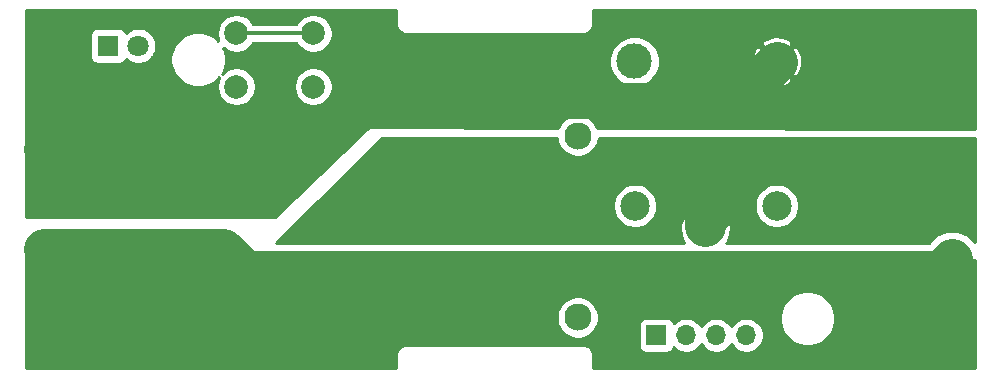
<source format=gtl>
G04 #@! TF.GenerationSoftware,KiCad,Pcbnew,5.1.12-84ad8e8a86~92~ubuntu20.04.1*
G04 #@! TF.CreationDate,2021-11-22T17:19:42+01:00*
G04 #@! TF.ProjectId,iotOnOff,696f744f-6e4f-4666-962e-6b696361645f,rev?*
G04 #@! TF.SameCoordinates,Original*
G04 #@! TF.FileFunction,Copper,L1,Top*
G04 #@! TF.FilePolarity,Positive*
%FSLAX46Y46*%
G04 Gerber Fmt 4.6, Leading zero omitted, Abs format (unit mm)*
G04 Created by KiCad (PCBNEW 5.1.12-84ad8e8a86~92~ubuntu20.04.1) date 2021-11-22 17:19:42*
%MOMM*%
%LPD*%
G01*
G04 APERTURE LIST*
G04 #@! TA.AperFunction,ComponentPad*
%ADD10C,2.300000*%
G04 #@! TD*
G04 #@! TA.AperFunction,ComponentPad*
%ADD11R,2.300000X2.000000*%
G04 #@! TD*
G04 #@! TA.AperFunction,ComponentPad*
%ADD12C,2.000000*%
G04 #@! TD*
G04 #@! TA.AperFunction,ComponentPad*
%ADD13R,1.700000X1.700000*%
G04 #@! TD*
G04 #@! TA.AperFunction,ComponentPad*
%ADD14O,1.700000X1.700000*%
G04 #@! TD*
G04 #@! TA.AperFunction,ComponentPad*
%ADD15C,2.500000*%
G04 #@! TD*
G04 #@! TA.AperFunction,ComponentPad*
%ADD16C,3.000000*%
G04 #@! TD*
G04 #@! TA.AperFunction,ComponentPad*
%ADD17R,1.800000X1.800000*%
G04 #@! TD*
G04 #@! TA.AperFunction,ComponentPad*
%ADD18C,1.800000*%
G04 #@! TD*
G04 #@! TA.AperFunction,Conductor*
%ADD19C,3.500000*%
G04 #@! TD*
G04 #@! TA.AperFunction,Conductor*
%ADD20C,0.300000*%
G04 #@! TD*
G04 #@! TA.AperFunction,Conductor*
%ADD21C,0.254000*%
G04 #@! TD*
G04 #@! TA.AperFunction,Conductor*
%ADD22C,0.100000*%
G04 #@! TD*
G04 APERTURE END LIST*
D10*
X146700000Y-105900000D03*
X117300000Y-100700000D03*
D11*
X117300000Y-95700000D03*
D10*
X146700000Y-90500000D03*
D12*
X124300000Y-81850000D03*
X124300000Y-86350000D03*
X117800000Y-81850000D03*
X117800000Y-86350000D03*
X178400000Y-92450000D03*
X178400000Y-100950000D03*
D13*
X153350000Y-107400000D03*
D14*
X155890000Y-107400000D03*
X158430000Y-107400000D03*
X160970000Y-107400000D03*
D12*
X101550000Y-100100000D03*
X101550000Y-91600000D03*
D15*
X163550000Y-96450000D03*
D16*
X163550000Y-84250000D03*
X151500000Y-84200000D03*
D15*
X151550000Y-96450000D03*
D16*
X157500000Y-98400000D03*
D17*
X106950000Y-82900000D03*
D18*
X109490000Y-82900000D03*
D19*
X119464002Y-95700000D02*
X117300000Y-95700000D01*
X127864003Y-87299999D02*
X119464002Y-95700000D01*
X148236001Y-87299999D02*
X127864003Y-87299999D01*
X148686003Y-87750001D02*
X148236001Y-87299999D01*
X160049999Y-87750001D02*
X148686003Y-87750001D01*
X163550000Y-84250000D02*
X160049999Y-87750001D01*
X117300000Y-95700000D02*
X112900000Y-95700000D01*
X108800000Y-91600000D02*
X101550000Y-91600000D01*
X112900000Y-95700000D02*
X108800000Y-91600000D01*
X116700000Y-100100000D02*
X117300000Y-100700000D01*
X101550000Y-100100000D02*
X116700000Y-100100000D01*
X177399999Y-101950001D02*
X178400000Y-100950000D01*
X118550001Y-101950001D02*
X177399999Y-101950001D01*
X117300000Y-100700000D02*
X118550001Y-101950001D01*
D20*
X117800000Y-81850000D02*
X124300000Y-81850000D01*
D19*
X157500000Y-97615998D02*
X157500000Y-98149991D01*
X162665998Y-92450000D02*
X157500000Y-97615998D01*
X178400000Y-92450000D02*
X162665998Y-92450000D01*
D21*
X131325001Y-81008972D02*
X131320960Y-81050000D01*
X131337082Y-81213689D01*
X131384828Y-81371087D01*
X131462364Y-81516146D01*
X131566709Y-81643291D01*
X131693854Y-81747636D01*
X131838913Y-81825172D01*
X131996311Y-81872918D01*
X132118981Y-81885000D01*
X132118982Y-81885000D01*
X132160000Y-81889040D01*
X132201019Y-81885000D01*
X147118982Y-81885000D01*
X147160000Y-81889040D01*
X147323689Y-81872918D01*
X147481087Y-81825172D01*
X147626146Y-81747636D01*
X147753291Y-81643291D01*
X147857636Y-81516146D01*
X147935172Y-81371087D01*
X147982918Y-81213689D01*
X147995000Y-81091019D01*
X147999040Y-81050000D01*
X147995000Y-81008981D01*
X147995000Y-79885000D01*
X180325000Y-79885000D01*
X180325000Y-89920481D01*
X148353899Y-89828434D01*
X148281847Y-89654485D01*
X148086500Y-89362129D01*
X147837871Y-89113500D01*
X147545515Y-88918153D01*
X147220665Y-88783596D01*
X146875807Y-88715000D01*
X146524193Y-88715000D01*
X146179335Y-88783596D01*
X145854485Y-88918153D01*
X145562129Y-89113500D01*
X145313500Y-89362129D01*
X145118153Y-89654485D01*
X145050041Y-89818921D01*
X129100366Y-89773001D01*
X129075582Y-89775369D01*
X129051737Y-89782528D01*
X129029747Y-89794201D01*
X129012228Y-89808212D01*
X121049051Y-97423000D01*
X99995000Y-97423000D01*
X99995000Y-96700000D01*
X115511928Y-96700000D01*
X115524188Y-96824482D01*
X115560498Y-96944180D01*
X115619463Y-97054494D01*
X115698815Y-97151185D01*
X115795506Y-97230537D01*
X115905820Y-97289502D01*
X116025518Y-97325812D01*
X116150000Y-97338072D01*
X117014250Y-97335000D01*
X117173000Y-97176250D01*
X117173000Y-95827000D01*
X117427000Y-95827000D01*
X117427000Y-97176250D01*
X117585750Y-97335000D01*
X118450000Y-97338072D01*
X118574482Y-97325812D01*
X118694180Y-97289502D01*
X118804494Y-97230537D01*
X118901185Y-97151185D01*
X118980537Y-97054494D01*
X119039502Y-96944180D01*
X119075812Y-96824482D01*
X119088072Y-96700000D01*
X119085000Y-95985750D01*
X118926250Y-95827000D01*
X117427000Y-95827000D01*
X117173000Y-95827000D01*
X115673750Y-95827000D01*
X115515000Y-95985750D01*
X115511928Y-96700000D01*
X99995000Y-96700000D01*
X99995000Y-94700000D01*
X115511928Y-94700000D01*
X115515000Y-95414250D01*
X115673750Y-95573000D01*
X117173000Y-95573000D01*
X117173000Y-94223750D01*
X117427000Y-94223750D01*
X117427000Y-95573000D01*
X118926250Y-95573000D01*
X119085000Y-95414250D01*
X119088072Y-94700000D01*
X119075812Y-94575518D01*
X119039502Y-94455820D01*
X118980537Y-94345506D01*
X118901185Y-94248815D01*
X118804494Y-94169463D01*
X118694180Y-94110498D01*
X118574482Y-94074188D01*
X118450000Y-94061928D01*
X117585750Y-94065000D01*
X117427000Y-94223750D01*
X117173000Y-94223750D01*
X117014250Y-94065000D01*
X116150000Y-94061928D01*
X116025518Y-94074188D01*
X115905820Y-94110498D01*
X115795506Y-94169463D01*
X115698815Y-94248815D01*
X115619463Y-94345506D01*
X115560498Y-94455820D01*
X115524188Y-94575518D01*
X115511928Y-94700000D01*
X99995000Y-94700000D01*
X99995000Y-92735413D01*
X100594192Y-92735413D01*
X100689956Y-92999814D01*
X100979571Y-93140704D01*
X101291108Y-93222384D01*
X101612595Y-93241718D01*
X101931675Y-93197961D01*
X102236088Y-93092795D01*
X102410044Y-92999814D01*
X102505808Y-92735413D01*
X101550000Y-91779605D01*
X100594192Y-92735413D01*
X99995000Y-92735413D01*
X99995000Y-92106030D01*
X100057205Y-92286088D01*
X100150186Y-92460044D01*
X100414587Y-92555808D01*
X101370395Y-91600000D01*
X101729605Y-91600000D01*
X102685413Y-92555808D01*
X102949814Y-92460044D01*
X103090704Y-92170429D01*
X103172384Y-91858892D01*
X103191718Y-91537405D01*
X103147961Y-91218325D01*
X103042795Y-90913912D01*
X102949814Y-90739956D01*
X102685413Y-90644192D01*
X101729605Y-91600000D01*
X101370395Y-91600000D01*
X100414587Y-90644192D01*
X100150186Y-90739956D01*
X100009296Y-91029571D01*
X99995000Y-91084098D01*
X99995000Y-90464587D01*
X100594192Y-90464587D01*
X101550000Y-91420395D01*
X102505808Y-90464587D01*
X102410044Y-90200186D01*
X102120429Y-90059296D01*
X101808892Y-89977616D01*
X101487405Y-89958282D01*
X101168325Y-90002039D01*
X100863912Y-90107205D01*
X100689956Y-90200186D01*
X100594192Y-90464587D01*
X99995000Y-90464587D01*
X99995000Y-82000000D01*
X105411928Y-82000000D01*
X105411928Y-83800000D01*
X105424188Y-83924482D01*
X105460498Y-84044180D01*
X105519463Y-84154494D01*
X105598815Y-84251185D01*
X105695506Y-84330537D01*
X105805820Y-84389502D01*
X105925518Y-84425812D01*
X106050000Y-84438072D01*
X107850000Y-84438072D01*
X107974482Y-84425812D01*
X108094180Y-84389502D01*
X108204494Y-84330537D01*
X108301185Y-84251185D01*
X108380537Y-84154494D01*
X108439502Y-84044180D01*
X108445056Y-84025873D01*
X108511495Y-84092312D01*
X108762905Y-84260299D01*
X109042257Y-84376011D01*
X109338816Y-84435000D01*
X109641184Y-84435000D01*
X109937743Y-84376011D01*
X110217095Y-84260299D01*
X110468505Y-84092312D01*
X110682312Y-83878505D01*
X110721958Y-83819170D01*
X112216340Y-83819170D01*
X112216340Y-84280830D01*
X112306406Y-84733620D01*
X112483075Y-85160139D01*
X112739560Y-85543996D01*
X113066004Y-85870440D01*
X113449861Y-86126925D01*
X113876380Y-86303594D01*
X114329170Y-86393660D01*
X114790830Y-86393660D01*
X115243620Y-86303594D01*
X115670139Y-86126925D01*
X116053996Y-85870440D01*
X116355478Y-85568958D01*
X116351082Y-85575537D01*
X116227832Y-85873088D01*
X116165000Y-86188967D01*
X116165000Y-86511033D01*
X116227832Y-86826912D01*
X116351082Y-87124463D01*
X116530013Y-87392252D01*
X116757748Y-87619987D01*
X117025537Y-87798918D01*
X117323088Y-87922168D01*
X117638967Y-87985000D01*
X117961033Y-87985000D01*
X118276912Y-87922168D01*
X118574463Y-87798918D01*
X118842252Y-87619987D01*
X119069987Y-87392252D01*
X119248918Y-87124463D01*
X119372168Y-86826912D01*
X119435000Y-86511033D01*
X119435000Y-86188967D01*
X122665000Y-86188967D01*
X122665000Y-86511033D01*
X122727832Y-86826912D01*
X122851082Y-87124463D01*
X123030013Y-87392252D01*
X123257748Y-87619987D01*
X123525537Y-87798918D01*
X123823088Y-87922168D01*
X124138967Y-87985000D01*
X124461033Y-87985000D01*
X124776912Y-87922168D01*
X125074463Y-87798918D01*
X125342252Y-87619987D01*
X125569987Y-87392252D01*
X125748918Y-87124463D01*
X125872168Y-86826912D01*
X125935000Y-86511033D01*
X125935000Y-86188967D01*
X125872168Y-85873088D01*
X125748918Y-85575537D01*
X125569987Y-85307748D01*
X125342252Y-85080013D01*
X125074463Y-84901082D01*
X124776912Y-84777832D01*
X124461033Y-84715000D01*
X124138967Y-84715000D01*
X123823088Y-84777832D01*
X123525537Y-84901082D01*
X123257748Y-85080013D01*
X123030013Y-85307748D01*
X122851082Y-85575537D01*
X122727832Y-85873088D01*
X122665000Y-86188967D01*
X119435000Y-86188967D01*
X119372168Y-85873088D01*
X119248918Y-85575537D01*
X119069987Y-85307748D01*
X118842252Y-85080013D01*
X118574463Y-84901082D01*
X118276912Y-84777832D01*
X117961033Y-84715000D01*
X117638967Y-84715000D01*
X117323088Y-84777832D01*
X117025537Y-84901082D01*
X116757748Y-85080013D01*
X116554975Y-85282786D01*
X116636925Y-85160139D01*
X116813594Y-84733620D01*
X116903660Y-84280830D01*
X116903660Y-83989721D01*
X149365000Y-83989721D01*
X149365000Y-84410279D01*
X149447047Y-84822756D01*
X149607988Y-85211302D01*
X149841637Y-85560983D01*
X150139017Y-85858363D01*
X150488698Y-86092012D01*
X150877244Y-86252953D01*
X151289721Y-86335000D01*
X151710279Y-86335000D01*
X152122756Y-86252953D01*
X152511302Y-86092012D01*
X152860983Y-85858363D01*
X152977693Y-85741653D01*
X162237952Y-85741653D01*
X162393962Y-86057214D01*
X162768745Y-86248020D01*
X163173551Y-86362044D01*
X163592824Y-86394902D01*
X164010451Y-86345334D01*
X164410383Y-86215243D01*
X164706038Y-86057214D01*
X164862048Y-85741653D01*
X163550000Y-84429605D01*
X162237952Y-85741653D01*
X152977693Y-85741653D01*
X153158363Y-85560983D01*
X153392012Y-85211302D01*
X153552953Y-84822756D01*
X153635000Y-84410279D01*
X153635000Y-84292824D01*
X161405098Y-84292824D01*
X161454666Y-84710451D01*
X161584757Y-85110383D01*
X161742786Y-85406038D01*
X162058347Y-85562048D01*
X163370395Y-84250000D01*
X163729605Y-84250000D01*
X165041653Y-85562048D01*
X165357214Y-85406038D01*
X165548020Y-85031255D01*
X165662044Y-84626449D01*
X165694902Y-84207176D01*
X165645334Y-83789549D01*
X165515243Y-83389617D01*
X165357214Y-83093962D01*
X165041653Y-82937952D01*
X163729605Y-84250000D01*
X163370395Y-84250000D01*
X162058347Y-82937952D01*
X161742786Y-83093962D01*
X161551980Y-83468745D01*
X161437956Y-83873551D01*
X161405098Y-84292824D01*
X153635000Y-84292824D01*
X153635000Y-83989721D01*
X153552953Y-83577244D01*
X153392012Y-83188698D01*
X153158363Y-82839017D01*
X153077693Y-82758347D01*
X162237952Y-82758347D01*
X163550000Y-84070395D01*
X164862048Y-82758347D01*
X164706038Y-82442786D01*
X164331255Y-82251980D01*
X163926449Y-82137956D01*
X163507176Y-82105098D01*
X163089549Y-82154666D01*
X162689617Y-82284757D01*
X162393962Y-82442786D01*
X162237952Y-82758347D01*
X153077693Y-82758347D01*
X152860983Y-82541637D01*
X152511302Y-82307988D01*
X152122756Y-82147047D01*
X151710279Y-82065000D01*
X151289721Y-82065000D01*
X150877244Y-82147047D01*
X150488698Y-82307988D01*
X150139017Y-82541637D01*
X149841637Y-82839017D01*
X149607988Y-83188698D01*
X149447047Y-83577244D01*
X149365000Y-83989721D01*
X116903660Y-83989721D01*
X116903660Y-83819170D01*
X116813594Y-83366380D01*
X116678858Y-83041097D01*
X116757748Y-83119987D01*
X117025537Y-83298918D01*
X117323088Y-83422168D01*
X117638967Y-83485000D01*
X117961033Y-83485000D01*
X118276912Y-83422168D01*
X118574463Y-83298918D01*
X118842252Y-83119987D01*
X119069987Y-82892252D01*
X119241877Y-82635000D01*
X122858123Y-82635000D01*
X123030013Y-82892252D01*
X123257748Y-83119987D01*
X123525537Y-83298918D01*
X123823088Y-83422168D01*
X124138967Y-83485000D01*
X124461033Y-83485000D01*
X124776912Y-83422168D01*
X125074463Y-83298918D01*
X125342252Y-83119987D01*
X125569987Y-82892252D01*
X125748918Y-82624463D01*
X125872168Y-82326912D01*
X125935000Y-82011033D01*
X125935000Y-81688967D01*
X125872168Y-81373088D01*
X125748918Y-81075537D01*
X125569987Y-80807748D01*
X125342252Y-80580013D01*
X125074463Y-80401082D01*
X124776912Y-80277832D01*
X124461033Y-80215000D01*
X124138967Y-80215000D01*
X123823088Y-80277832D01*
X123525537Y-80401082D01*
X123257748Y-80580013D01*
X123030013Y-80807748D01*
X122858123Y-81065000D01*
X119241877Y-81065000D01*
X119069987Y-80807748D01*
X118842252Y-80580013D01*
X118574463Y-80401082D01*
X118276912Y-80277832D01*
X117961033Y-80215000D01*
X117638967Y-80215000D01*
X117323088Y-80277832D01*
X117025537Y-80401082D01*
X116757748Y-80580013D01*
X116530013Y-80807748D01*
X116351082Y-81075537D01*
X116227832Y-81373088D01*
X116165000Y-81688967D01*
X116165000Y-82011033D01*
X116227832Y-82326912D01*
X116281915Y-82457479D01*
X116053996Y-82229560D01*
X115670139Y-81973075D01*
X115243620Y-81796406D01*
X114790830Y-81706340D01*
X114329170Y-81706340D01*
X113876380Y-81796406D01*
X113449861Y-81973075D01*
X113066004Y-82229560D01*
X112739560Y-82556004D01*
X112483075Y-82939861D01*
X112306406Y-83366380D01*
X112216340Y-83819170D01*
X110721958Y-83819170D01*
X110850299Y-83627095D01*
X110966011Y-83347743D01*
X111025000Y-83051184D01*
X111025000Y-82748816D01*
X110966011Y-82452257D01*
X110850299Y-82172905D01*
X110682312Y-81921495D01*
X110468505Y-81707688D01*
X110217095Y-81539701D01*
X109937743Y-81423989D01*
X109641184Y-81365000D01*
X109338816Y-81365000D01*
X109042257Y-81423989D01*
X108762905Y-81539701D01*
X108511495Y-81707688D01*
X108445056Y-81774127D01*
X108439502Y-81755820D01*
X108380537Y-81645506D01*
X108301185Y-81548815D01*
X108204494Y-81469463D01*
X108094180Y-81410498D01*
X107974482Y-81374188D01*
X107850000Y-81361928D01*
X106050000Y-81361928D01*
X105925518Y-81374188D01*
X105805820Y-81410498D01*
X105695506Y-81469463D01*
X105598815Y-81548815D01*
X105519463Y-81645506D01*
X105460498Y-81755820D01*
X105424188Y-81875518D01*
X105411928Y-82000000D01*
X99995000Y-82000000D01*
X99995000Y-79885000D01*
X131325000Y-79885000D01*
X131325001Y-81008972D01*
G04 #@! TA.AperFunction,Conductor*
D22*
G36*
X131325001Y-81008972D02*
G01*
X131320960Y-81050000D01*
X131337082Y-81213689D01*
X131384828Y-81371087D01*
X131462364Y-81516146D01*
X131566709Y-81643291D01*
X131693854Y-81747636D01*
X131838913Y-81825172D01*
X131996311Y-81872918D01*
X132118981Y-81885000D01*
X132118982Y-81885000D01*
X132160000Y-81889040D01*
X132201019Y-81885000D01*
X147118982Y-81885000D01*
X147160000Y-81889040D01*
X147323689Y-81872918D01*
X147481087Y-81825172D01*
X147626146Y-81747636D01*
X147753291Y-81643291D01*
X147857636Y-81516146D01*
X147935172Y-81371087D01*
X147982918Y-81213689D01*
X147995000Y-81091019D01*
X147999040Y-81050000D01*
X147995000Y-81008981D01*
X147995000Y-79885000D01*
X180325000Y-79885000D01*
X180325000Y-89920481D01*
X148353899Y-89828434D01*
X148281847Y-89654485D01*
X148086500Y-89362129D01*
X147837871Y-89113500D01*
X147545515Y-88918153D01*
X147220665Y-88783596D01*
X146875807Y-88715000D01*
X146524193Y-88715000D01*
X146179335Y-88783596D01*
X145854485Y-88918153D01*
X145562129Y-89113500D01*
X145313500Y-89362129D01*
X145118153Y-89654485D01*
X145050041Y-89818921D01*
X129100366Y-89773001D01*
X129075582Y-89775369D01*
X129051737Y-89782528D01*
X129029747Y-89794201D01*
X129012228Y-89808212D01*
X121049051Y-97423000D01*
X99995000Y-97423000D01*
X99995000Y-96700000D01*
X115511928Y-96700000D01*
X115524188Y-96824482D01*
X115560498Y-96944180D01*
X115619463Y-97054494D01*
X115698815Y-97151185D01*
X115795506Y-97230537D01*
X115905820Y-97289502D01*
X116025518Y-97325812D01*
X116150000Y-97338072D01*
X117014250Y-97335000D01*
X117173000Y-97176250D01*
X117173000Y-95827000D01*
X117427000Y-95827000D01*
X117427000Y-97176250D01*
X117585750Y-97335000D01*
X118450000Y-97338072D01*
X118574482Y-97325812D01*
X118694180Y-97289502D01*
X118804494Y-97230537D01*
X118901185Y-97151185D01*
X118980537Y-97054494D01*
X119039502Y-96944180D01*
X119075812Y-96824482D01*
X119088072Y-96700000D01*
X119085000Y-95985750D01*
X118926250Y-95827000D01*
X117427000Y-95827000D01*
X117173000Y-95827000D01*
X115673750Y-95827000D01*
X115515000Y-95985750D01*
X115511928Y-96700000D01*
X99995000Y-96700000D01*
X99995000Y-94700000D01*
X115511928Y-94700000D01*
X115515000Y-95414250D01*
X115673750Y-95573000D01*
X117173000Y-95573000D01*
X117173000Y-94223750D01*
X117427000Y-94223750D01*
X117427000Y-95573000D01*
X118926250Y-95573000D01*
X119085000Y-95414250D01*
X119088072Y-94700000D01*
X119075812Y-94575518D01*
X119039502Y-94455820D01*
X118980537Y-94345506D01*
X118901185Y-94248815D01*
X118804494Y-94169463D01*
X118694180Y-94110498D01*
X118574482Y-94074188D01*
X118450000Y-94061928D01*
X117585750Y-94065000D01*
X117427000Y-94223750D01*
X117173000Y-94223750D01*
X117014250Y-94065000D01*
X116150000Y-94061928D01*
X116025518Y-94074188D01*
X115905820Y-94110498D01*
X115795506Y-94169463D01*
X115698815Y-94248815D01*
X115619463Y-94345506D01*
X115560498Y-94455820D01*
X115524188Y-94575518D01*
X115511928Y-94700000D01*
X99995000Y-94700000D01*
X99995000Y-92735413D01*
X100594192Y-92735413D01*
X100689956Y-92999814D01*
X100979571Y-93140704D01*
X101291108Y-93222384D01*
X101612595Y-93241718D01*
X101931675Y-93197961D01*
X102236088Y-93092795D01*
X102410044Y-92999814D01*
X102505808Y-92735413D01*
X101550000Y-91779605D01*
X100594192Y-92735413D01*
X99995000Y-92735413D01*
X99995000Y-92106030D01*
X100057205Y-92286088D01*
X100150186Y-92460044D01*
X100414587Y-92555808D01*
X101370395Y-91600000D01*
X101729605Y-91600000D01*
X102685413Y-92555808D01*
X102949814Y-92460044D01*
X103090704Y-92170429D01*
X103172384Y-91858892D01*
X103191718Y-91537405D01*
X103147961Y-91218325D01*
X103042795Y-90913912D01*
X102949814Y-90739956D01*
X102685413Y-90644192D01*
X101729605Y-91600000D01*
X101370395Y-91600000D01*
X100414587Y-90644192D01*
X100150186Y-90739956D01*
X100009296Y-91029571D01*
X99995000Y-91084098D01*
X99995000Y-90464587D01*
X100594192Y-90464587D01*
X101550000Y-91420395D01*
X102505808Y-90464587D01*
X102410044Y-90200186D01*
X102120429Y-90059296D01*
X101808892Y-89977616D01*
X101487405Y-89958282D01*
X101168325Y-90002039D01*
X100863912Y-90107205D01*
X100689956Y-90200186D01*
X100594192Y-90464587D01*
X99995000Y-90464587D01*
X99995000Y-82000000D01*
X105411928Y-82000000D01*
X105411928Y-83800000D01*
X105424188Y-83924482D01*
X105460498Y-84044180D01*
X105519463Y-84154494D01*
X105598815Y-84251185D01*
X105695506Y-84330537D01*
X105805820Y-84389502D01*
X105925518Y-84425812D01*
X106050000Y-84438072D01*
X107850000Y-84438072D01*
X107974482Y-84425812D01*
X108094180Y-84389502D01*
X108204494Y-84330537D01*
X108301185Y-84251185D01*
X108380537Y-84154494D01*
X108439502Y-84044180D01*
X108445056Y-84025873D01*
X108511495Y-84092312D01*
X108762905Y-84260299D01*
X109042257Y-84376011D01*
X109338816Y-84435000D01*
X109641184Y-84435000D01*
X109937743Y-84376011D01*
X110217095Y-84260299D01*
X110468505Y-84092312D01*
X110682312Y-83878505D01*
X110721958Y-83819170D01*
X112216340Y-83819170D01*
X112216340Y-84280830D01*
X112306406Y-84733620D01*
X112483075Y-85160139D01*
X112739560Y-85543996D01*
X113066004Y-85870440D01*
X113449861Y-86126925D01*
X113876380Y-86303594D01*
X114329170Y-86393660D01*
X114790830Y-86393660D01*
X115243620Y-86303594D01*
X115670139Y-86126925D01*
X116053996Y-85870440D01*
X116355478Y-85568958D01*
X116351082Y-85575537D01*
X116227832Y-85873088D01*
X116165000Y-86188967D01*
X116165000Y-86511033D01*
X116227832Y-86826912D01*
X116351082Y-87124463D01*
X116530013Y-87392252D01*
X116757748Y-87619987D01*
X117025537Y-87798918D01*
X117323088Y-87922168D01*
X117638967Y-87985000D01*
X117961033Y-87985000D01*
X118276912Y-87922168D01*
X118574463Y-87798918D01*
X118842252Y-87619987D01*
X119069987Y-87392252D01*
X119248918Y-87124463D01*
X119372168Y-86826912D01*
X119435000Y-86511033D01*
X119435000Y-86188967D01*
X122665000Y-86188967D01*
X122665000Y-86511033D01*
X122727832Y-86826912D01*
X122851082Y-87124463D01*
X123030013Y-87392252D01*
X123257748Y-87619987D01*
X123525537Y-87798918D01*
X123823088Y-87922168D01*
X124138967Y-87985000D01*
X124461033Y-87985000D01*
X124776912Y-87922168D01*
X125074463Y-87798918D01*
X125342252Y-87619987D01*
X125569987Y-87392252D01*
X125748918Y-87124463D01*
X125872168Y-86826912D01*
X125935000Y-86511033D01*
X125935000Y-86188967D01*
X125872168Y-85873088D01*
X125748918Y-85575537D01*
X125569987Y-85307748D01*
X125342252Y-85080013D01*
X125074463Y-84901082D01*
X124776912Y-84777832D01*
X124461033Y-84715000D01*
X124138967Y-84715000D01*
X123823088Y-84777832D01*
X123525537Y-84901082D01*
X123257748Y-85080013D01*
X123030013Y-85307748D01*
X122851082Y-85575537D01*
X122727832Y-85873088D01*
X122665000Y-86188967D01*
X119435000Y-86188967D01*
X119372168Y-85873088D01*
X119248918Y-85575537D01*
X119069987Y-85307748D01*
X118842252Y-85080013D01*
X118574463Y-84901082D01*
X118276912Y-84777832D01*
X117961033Y-84715000D01*
X117638967Y-84715000D01*
X117323088Y-84777832D01*
X117025537Y-84901082D01*
X116757748Y-85080013D01*
X116554975Y-85282786D01*
X116636925Y-85160139D01*
X116813594Y-84733620D01*
X116903660Y-84280830D01*
X116903660Y-83989721D01*
X149365000Y-83989721D01*
X149365000Y-84410279D01*
X149447047Y-84822756D01*
X149607988Y-85211302D01*
X149841637Y-85560983D01*
X150139017Y-85858363D01*
X150488698Y-86092012D01*
X150877244Y-86252953D01*
X151289721Y-86335000D01*
X151710279Y-86335000D01*
X152122756Y-86252953D01*
X152511302Y-86092012D01*
X152860983Y-85858363D01*
X152977693Y-85741653D01*
X162237952Y-85741653D01*
X162393962Y-86057214D01*
X162768745Y-86248020D01*
X163173551Y-86362044D01*
X163592824Y-86394902D01*
X164010451Y-86345334D01*
X164410383Y-86215243D01*
X164706038Y-86057214D01*
X164862048Y-85741653D01*
X163550000Y-84429605D01*
X162237952Y-85741653D01*
X152977693Y-85741653D01*
X153158363Y-85560983D01*
X153392012Y-85211302D01*
X153552953Y-84822756D01*
X153635000Y-84410279D01*
X153635000Y-84292824D01*
X161405098Y-84292824D01*
X161454666Y-84710451D01*
X161584757Y-85110383D01*
X161742786Y-85406038D01*
X162058347Y-85562048D01*
X163370395Y-84250000D01*
X163729605Y-84250000D01*
X165041653Y-85562048D01*
X165357214Y-85406038D01*
X165548020Y-85031255D01*
X165662044Y-84626449D01*
X165694902Y-84207176D01*
X165645334Y-83789549D01*
X165515243Y-83389617D01*
X165357214Y-83093962D01*
X165041653Y-82937952D01*
X163729605Y-84250000D01*
X163370395Y-84250000D01*
X162058347Y-82937952D01*
X161742786Y-83093962D01*
X161551980Y-83468745D01*
X161437956Y-83873551D01*
X161405098Y-84292824D01*
X153635000Y-84292824D01*
X153635000Y-83989721D01*
X153552953Y-83577244D01*
X153392012Y-83188698D01*
X153158363Y-82839017D01*
X153077693Y-82758347D01*
X162237952Y-82758347D01*
X163550000Y-84070395D01*
X164862048Y-82758347D01*
X164706038Y-82442786D01*
X164331255Y-82251980D01*
X163926449Y-82137956D01*
X163507176Y-82105098D01*
X163089549Y-82154666D01*
X162689617Y-82284757D01*
X162393962Y-82442786D01*
X162237952Y-82758347D01*
X153077693Y-82758347D01*
X152860983Y-82541637D01*
X152511302Y-82307988D01*
X152122756Y-82147047D01*
X151710279Y-82065000D01*
X151289721Y-82065000D01*
X150877244Y-82147047D01*
X150488698Y-82307988D01*
X150139017Y-82541637D01*
X149841637Y-82839017D01*
X149607988Y-83188698D01*
X149447047Y-83577244D01*
X149365000Y-83989721D01*
X116903660Y-83989721D01*
X116903660Y-83819170D01*
X116813594Y-83366380D01*
X116678858Y-83041097D01*
X116757748Y-83119987D01*
X117025537Y-83298918D01*
X117323088Y-83422168D01*
X117638967Y-83485000D01*
X117961033Y-83485000D01*
X118276912Y-83422168D01*
X118574463Y-83298918D01*
X118842252Y-83119987D01*
X119069987Y-82892252D01*
X119241877Y-82635000D01*
X122858123Y-82635000D01*
X123030013Y-82892252D01*
X123257748Y-83119987D01*
X123525537Y-83298918D01*
X123823088Y-83422168D01*
X124138967Y-83485000D01*
X124461033Y-83485000D01*
X124776912Y-83422168D01*
X125074463Y-83298918D01*
X125342252Y-83119987D01*
X125569987Y-82892252D01*
X125748918Y-82624463D01*
X125872168Y-82326912D01*
X125935000Y-82011033D01*
X125935000Y-81688967D01*
X125872168Y-81373088D01*
X125748918Y-81075537D01*
X125569987Y-80807748D01*
X125342252Y-80580013D01*
X125074463Y-80401082D01*
X124776912Y-80277832D01*
X124461033Y-80215000D01*
X124138967Y-80215000D01*
X123823088Y-80277832D01*
X123525537Y-80401082D01*
X123257748Y-80580013D01*
X123030013Y-80807748D01*
X122858123Y-81065000D01*
X119241877Y-81065000D01*
X119069987Y-80807748D01*
X118842252Y-80580013D01*
X118574463Y-80401082D01*
X118276912Y-80277832D01*
X117961033Y-80215000D01*
X117638967Y-80215000D01*
X117323088Y-80277832D01*
X117025537Y-80401082D01*
X116757748Y-80580013D01*
X116530013Y-80807748D01*
X116351082Y-81075537D01*
X116227832Y-81373088D01*
X116165000Y-81688967D01*
X116165000Y-82011033D01*
X116227832Y-82326912D01*
X116281915Y-82457479D01*
X116053996Y-82229560D01*
X115670139Y-81973075D01*
X115243620Y-81796406D01*
X114790830Y-81706340D01*
X114329170Y-81706340D01*
X113876380Y-81796406D01*
X113449861Y-81973075D01*
X113066004Y-82229560D01*
X112739560Y-82556004D01*
X112483075Y-82939861D01*
X112306406Y-83366380D01*
X112216340Y-83819170D01*
X110721958Y-83819170D01*
X110850299Y-83627095D01*
X110966011Y-83347743D01*
X111025000Y-83051184D01*
X111025000Y-82748816D01*
X110966011Y-82452257D01*
X110850299Y-82172905D01*
X110682312Y-81921495D01*
X110468505Y-81707688D01*
X110217095Y-81539701D01*
X109937743Y-81423989D01*
X109641184Y-81365000D01*
X109338816Y-81365000D01*
X109042257Y-81423989D01*
X108762905Y-81539701D01*
X108511495Y-81707688D01*
X108445056Y-81774127D01*
X108439502Y-81755820D01*
X108380537Y-81645506D01*
X108301185Y-81548815D01*
X108204494Y-81469463D01*
X108094180Y-81410498D01*
X107974482Y-81374188D01*
X107850000Y-81361928D01*
X106050000Y-81361928D01*
X105925518Y-81374188D01*
X105805820Y-81410498D01*
X105695506Y-81469463D01*
X105598815Y-81548815D01*
X105519463Y-81645506D01*
X105460498Y-81755820D01*
X105424188Y-81875518D01*
X105411928Y-82000000D01*
X99995000Y-82000000D01*
X99995000Y-79885000D01*
X131325000Y-79885000D01*
X131325001Y-81008972D01*
G37*
G04 #@! TD.AperFunction*
D21*
X144983596Y-91020665D02*
X145118153Y-91345515D01*
X145313500Y-91637871D01*
X145562129Y-91886500D01*
X145854485Y-92081847D01*
X146179335Y-92216404D01*
X146524193Y-92285000D01*
X146875807Y-92285000D01*
X147220665Y-92216404D01*
X147545515Y-92081847D01*
X147837871Y-91886500D01*
X148086500Y-91637871D01*
X148281847Y-91345515D01*
X148294657Y-91314587D01*
X177444192Y-91314587D01*
X178400000Y-92270395D01*
X179355808Y-91314587D01*
X179260044Y-91050186D01*
X178970429Y-90909296D01*
X178658892Y-90827616D01*
X178337405Y-90808282D01*
X178018325Y-90852039D01*
X177713912Y-90957205D01*
X177539956Y-91050186D01*
X177444192Y-91314587D01*
X148294657Y-91314587D01*
X148416404Y-91020665D01*
X148474817Y-90727000D01*
X180325001Y-90727000D01*
X180325001Y-99536125D01*
X180094608Y-99255392D01*
X179731445Y-98957351D01*
X179317115Y-98735887D01*
X178867541Y-98599510D01*
X178400000Y-98553461D01*
X177932458Y-98599510D01*
X177482884Y-98735887D01*
X177068555Y-98957351D01*
X176796393Y-99180708D01*
X176412100Y-99565001D01*
X159289085Y-99565001D01*
X159307214Y-99556038D01*
X159498020Y-99181255D01*
X159612044Y-98776449D01*
X159644902Y-98357176D01*
X159595334Y-97939549D01*
X159465243Y-97539617D01*
X159307214Y-97243962D01*
X158991653Y-97087952D01*
X157679605Y-98400000D01*
X157693748Y-98414143D01*
X157514143Y-98593748D01*
X157500000Y-98579605D01*
X157485858Y-98593748D01*
X157306253Y-98414143D01*
X157320395Y-98400000D01*
X156008347Y-97087952D01*
X155692786Y-97243962D01*
X155501980Y-97618745D01*
X155387956Y-98023551D01*
X155355098Y-98442824D01*
X155404666Y-98860451D01*
X155534757Y-99260383D01*
X155692786Y-99556038D01*
X155710915Y-99565001D01*
X121121676Y-99565001D01*
X124494086Y-96264344D01*
X149665000Y-96264344D01*
X149665000Y-96635656D01*
X149737439Y-96999834D01*
X149879534Y-97342882D01*
X150085825Y-97651618D01*
X150348382Y-97914175D01*
X150657118Y-98120466D01*
X151000166Y-98262561D01*
X151364344Y-98335000D01*
X151735656Y-98335000D01*
X152099834Y-98262561D01*
X152442882Y-98120466D01*
X152751618Y-97914175D01*
X153014175Y-97651618D01*
X153220466Y-97342882D01*
X153362561Y-96999834D01*
X153380758Y-96908347D01*
X156187952Y-96908347D01*
X157500000Y-98220395D01*
X158812048Y-96908347D01*
X158656038Y-96592786D01*
X158281255Y-96401980D01*
X157876449Y-96287956D01*
X157575157Y-96264344D01*
X161665000Y-96264344D01*
X161665000Y-96635656D01*
X161737439Y-96999834D01*
X161879534Y-97342882D01*
X162085825Y-97651618D01*
X162348382Y-97914175D01*
X162657118Y-98120466D01*
X163000166Y-98262561D01*
X163364344Y-98335000D01*
X163735656Y-98335000D01*
X164099834Y-98262561D01*
X164442882Y-98120466D01*
X164751618Y-97914175D01*
X165014175Y-97651618D01*
X165220466Y-97342882D01*
X165362561Y-96999834D01*
X165435000Y-96635656D01*
X165435000Y-96264344D01*
X165362561Y-95900166D01*
X165220466Y-95557118D01*
X165014175Y-95248382D01*
X164751618Y-94985825D01*
X164442882Y-94779534D01*
X164099834Y-94637439D01*
X163735656Y-94565000D01*
X163364344Y-94565000D01*
X163000166Y-94637439D01*
X162657118Y-94779534D01*
X162348382Y-94985825D01*
X162085825Y-95248382D01*
X161879534Y-95557118D01*
X161737439Y-95900166D01*
X161665000Y-96264344D01*
X157575157Y-96264344D01*
X157457176Y-96255098D01*
X157039549Y-96304666D01*
X156639617Y-96434757D01*
X156343962Y-96592786D01*
X156187952Y-96908347D01*
X153380758Y-96908347D01*
X153435000Y-96635656D01*
X153435000Y-96264344D01*
X153362561Y-95900166D01*
X153220466Y-95557118D01*
X153014175Y-95248382D01*
X152751618Y-94985825D01*
X152442882Y-94779534D01*
X152099834Y-94637439D01*
X151735656Y-94565000D01*
X151364344Y-94565000D01*
X151000166Y-94637439D01*
X150657118Y-94779534D01*
X150348382Y-94985825D01*
X150085825Y-95248382D01*
X149879534Y-95557118D01*
X149737439Y-95900166D01*
X149665000Y-96264344D01*
X124494086Y-96264344D01*
X127231254Y-93585413D01*
X177444192Y-93585413D01*
X177539956Y-93849814D01*
X177829571Y-93990704D01*
X178141108Y-94072384D01*
X178462595Y-94091718D01*
X178781675Y-94047961D01*
X179086088Y-93942795D01*
X179260044Y-93849814D01*
X179355808Y-93585413D01*
X178400000Y-92629605D01*
X177444192Y-93585413D01*
X127231254Y-93585413D01*
X128327394Y-92512595D01*
X176758282Y-92512595D01*
X176802039Y-92831675D01*
X176907205Y-93136088D01*
X177000186Y-93310044D01*
X177264587Y-93405808D01*
X178220395Y-92450000D01*
X178579605Y-92450000D01*
X179535413Y-93405808D01*
X179799814Y-93310044D01*
X179940704Y-93020429D01*
X180022384Y-92708892D01*
X180041718Y-92387405D01*
X179997961Y-92068325D01*
X179892795Y-91763912D01*
X179799814Y-91589956D01*
X179535413Y-91494192D01*
X178579605Y-92450000D01*
X178220395Y-92450000D01*
X177264587Y-91494192D01*
X177000186Y-91589956D01*
X176859296Y-91879571D01*
X176777616Y-92191108D01*
X176758282Y-92512595D01*
X128327394Y-92512595D01*
X130151807Y-90727000D01*
X144925183Y-90727000D01*
X144983596Y-91020665D01*
G04 #@! TA.AperFunction,Conductor*
D22*
G36*
X144983596Y-91020665D02*
G01*
X145118153Y-91345515D01*
X145313500Y-91637871D01*
X145562129Y-91886500D01*
X145854485Y-92081847D01*
X146179335Y-92216404D01*
X146524193Y-92285000D01*
X146875807Y-92285000D01*
X147220665Y-92216404D01*
X147545515Y-92081847D01*
X147837871Y-91886500D01*
X148086500Y-91637871D01*
X148281847Y-91345515D01*
X148294657Y-91314587D01*
X177444192Y-91314587D01*
X178400000Y-92270395D01*
X179355808Y-91314587D01*
X179260044Y-91050186D01*
X178970429Y-90909296D01*
X178658892Y-90827616D01*
X178337405Y-90808282D01*
X178018325Y-90852039D01*
X177713912Y-90957205D01*
X177539956Y-91050186D01*
X177444192Y-91314587D01*
X148294657Y-91314587D01*
X148416404Y-91020665D01*
X148474817Y-90727000D01*
X180325001Y-90727000D01*
X180325001Y-99536125D01*
X180094608Y-99255392D01*
X179731445Y-98957351D01*
X179317115Y-98735887D01*
X178867541Y-98599510D01*
X178400000Y-98553461D01*
X177932458Y-98599510D01*
X177482884Y-98735887D01*
X177068555Y-98957351D01*
X176796393Y-99180708D01*
X176412100Y-99565001D01*
X159289085Y-99565001D01*
X159307214Y-99556038D01*
X159498020Y-99181255D01*
X159612044Y-98776449D01*
X159644902Y-98357176D01*
X159595334Y-97939549D01*
X159465243Y-97539617D01*
X159307214Y-97243962D01*
X158991653Y-97087952D01*
X157679605Y-98400000D01*
X157693748Y-98414143D01*
X157514143Y-98593748D01*
X157500000Y-98579605D01*
X157485858Y-98593748D01*
X157306253Y-98414143D01*
X157320395Y-98400000D01*
X156008347Y-97087952D01*
X155692786Y-97243962D01*
X155501980Y-97618745D01*
X155387956Y-98023551D01*
X155355098Y-98442824D01*
X155404666Y-98860451D01*
X155534757Y-99260383D01*
X155692786Y-99556038D01*
X155710915Y-99565001D01*
X121121676Y-99565001D01*
X124494086Y-96264344D01*
X149665000Y-96264344D01*
X149665000Y-96635656D01*
X149737439Y-96999834D01*
X149879534Y-97342882D01*
X150085825Y-97651618D01*
X150348382Y-97914175D01*
X150657118Y-98120466D01*
X151000166Y-98262561D01*
X151364344Y-98335000D01*
X151735656Y-98335000D01*
X152099834Y-98262561D01*
X152442882Y-98120466D01*
X152751618Y-97914175D01*
X153014175Y-97651618D01*
X153220466Y-97342882D01*
X153362561Y-96999834D01*
X153380758Y-96908347D01*
X156187952Y-96908347D01*
X157500000Y-98220395D01*
X158812048Y-96908347D01*
X158656038Y-96592786D01*
X158281255Y-96401980D01*
X157876449Y-96287956D01*
X157575157Y-96264344D01*
X161665000Y-96264344D01*
X161665000Y-96635656D01*
X161737439Y-96999834D01*
X161879534Y-97342882D01*
X162085825Y-97651618D01*
X162348382Y-97914175D01*
X162657118Y-98120466D01*
X163000166Y-98262561D01*
X163364344Y-98335000D01*
X163735656Y-98335000D01*
X164099834Y-98262561D01*
X164442882Y-98120466D01*
X164751618Y-97914175D01*
X165014175Y-97651618D01*
X165220466Y-97342882D01*
X165362561Y-96999834D01*
X165435000Y-96635656D01*
X165435000Y-96264344D01*
X165362561Y-95900166D01*
X165220466Y-95557118D01*
X165014175Y-95248382D01*
X164751618Y-94985825D01*
X164442882Y-94779534D01*
X164099834Y-94637439D01*
X163735656Y-94565000D01*
X163364344Y-94565000D01*
X163000166Y-94637439D01*
X162657118Y-94779534D01*
X162348382Y-94985825D01*
X162085825Y-95248382D01*
X161879534Y-95557118D01*
X161737439Y-95900166D01*
X161665000Y-96264344D01*
X157575157Y-96264344D01*
X157457176Y-96255098D01*
X157039549Y-96304666D01*
X156639617Y-96434757D01*
X156343962Y-96592786D01*
X156187952Y-96908347D01*
X153380758Y-96908347D01*
X153435000Y-96635656D01*
X153435000Y-96264344D01*
X153362561Y-95900166D01*
X153220466Y-95557118D01*
X153014175Y-95248382D01*
X152751618Y-94985825D01*
X152442882Y-94779534D01*
X152099834Y-94637439D01*
X151735656Y-94565000D01*
X151364344Y-94565000D01*
X151000166Y-94637439D01*
X150657118Y-94779534D01*
X150348382Y-94985825D01*
X150085825Y-95248382D01*
X149879534Y-95557118D01*
X149737439Y-95900166D01*
X149665000Y-96264344D01*
X124494086Y-96264344D01*
X127231254Y-93585413D01*
X177444192Y-93585413D01*
X177539956Y-93849814D01*
X177829571Y-93990704D01*
X178141108Y-94072384D01*
X178462595Y-94091718D01*
X178781675Y-94047961D01*
X179086088Y-93942795D01*
X179260044Y-93849814D01*
X179355808Y-93585413D01*
X178400000Y-92629605D01*
X177444192Y-93585413D01*
X127231254Y-93585413D01*
X128327394Y-92512595D01*
X176758282Y-92512595D01*
X176802039Y-92831675D01*
X176907205Y-93136088D01*
X177000186Y-93310044D01*
X177264587Y-93405808D01*
X178220395Y-92450000D01*
X178579605Y-92450000D01*
X179535413Y-93405808D01*
X179799814Y-93310044D01*
X179940704Y-93020429D01*
X180022384Y-92708892D01*
X180041718Y-92387405D01*
X179997961Y-92068325D01*
X179892795Y-91763912D01*
X179799814Y-91589956D01*
X179535413Y-91494192D01*
X178579605Y-92450000D01*
X178220395Y-92450000D01*
X177264587Y-91494192D01*
X177000186Y-91589956D01*
X176859296Y-91879571D01*
X176777616Y-92191108D01*
X176758282Y-92512595D01*
X128327394Y-92512595D01*
X130151807Y-90727000D01*
X144925183Y-90727000D01*
X144983596Y-91020665D01*
G37*
G04 #@! TD.AperFunction*
D21*
X116351118Y-99177910D02*
X116237256Y-99457651D01*
X117300000Y-100520395D01*
X117314143Y-100506253D01*
X117493748Y-100685858D01*
X117479605Y-100700000D01*
X118542349Y-101762744D01*
X118822090Y-101648882D01*
X118977961Y-101333704D01*
X119069349Y-100994174D01*
X119092741Y-100643339D01*
X119083165Y-100569958D01*
X119455481Y-100984825D01*
X119473846Y-101001634D01*
X119495137Y-101014538D01*
X119518537Y-101023041D01*
X119550000Y-101027000D01*
X176760257Y-101027000D01*
X176802039Y-101331675D01*
X176907205Y-101636088D01*
X177000186Y-101810044D01*
X177264587Y-101905808D01*
X178143395Y-101027000D01*
X178656605Y-101027000D01*
X179535413Y-101905808D01*
X179799814Y-101810044D01*
X179940704Y-101520429D01*
X180022384Y-101208892D01*
X180033323Y-101027000D01*
X180325001Y-101027000D01*
X180325001Y-110215000D01*
X147995000Y-110215000D01*
X147995000Y-109091019D01*
X147999040Y-109050000D01*
X147982918Y-108886311D01*
X147935172Y-108728913D01*
X147857636Y-108583854D01*
X147753291Y-108456709D01*
X147626146Y-108352364D01*
X147481087Y-108274828D01*
X147323689Y-108227082D01*
X147201019Y-108215000D01*
X147201018Y-108215000D01*
X147160000Y-108210960D01*
X147118981Y-108215000D01*
X132201018Y-108215000D01*
X132160000Y-108210960D01*
X132118981Y-108215000D01*
X131996311Y-108227082D01*
X131838913Y-108274828D01*
X131693854Y-108352364D01*
X131566709Y-108456709D01*
X131462364Y-108583854D01*
X131384828Y-108728913D01*
X131337082Y-108886311D01*
X131320960Y-109050000D01*
X131325000Y-109091019D01*
X131325001Y-110215000D01*
X99995000Y-110215000D01*
X99995000Y-105724193D01*
X144915000Y-105724193D01*
X144915000Y-106075807D01*
X144983596Y-106420665D01*
X145118153Y-106745515D01*
X145313500Y-107037871D01*
X145562129Y-107286500D01*
X145854485Y-107481847D01*
X146179335Y-107616404D01*
X146524193Y-107685000D01*
X146875807Y-107685000D01*
X147220665Y-107616404D01*
X147545515Y-107481847D01*
X147837871Y-107286500D01*
X148086500Y-107037871D01*
X148281847Y-106745515D01*
X148362831Y-106550000D01*
X151861928Y-106550000D01*
X151861928Y-108250000D01*
X151874188Y-108374482D01*
X151910498Y-108494180D01*
X151969463Y-108604494D01*
X152048815Y-108701185D01*
X152145506Y-108780537D01*
X152255820Y-108839502D01*
X152375518Y-108875812D01*
X152500000Y-108888072D01*
X154200000Y-108888072D01*
X154324482Y-108875812D01*
X154444180Y-108839502D01*
X154554494Y-108780537D01*
X154651185Y-108701185D01*
X154730537Y-108604494D01*
X154789502Y-108494180D01*
X154811513Y-108421620D01*
X154943368Y-108553475D01*
X155186589Y-108715990D01*
X155456842Y-108827932D01*
X155743740Y-108885000D01*
X156036260Y-108885000D01*
X156323158Y-108827932D01*
X156593411Y-108715990D01*
X156836632Y-108553475D01*
X157043475Y-108346632D01*
X157160000Y-108172240D01*
X157276525Y-108346632D01*
X157483368Y-108553475D01*
X157726589Y-108715990D01*
X157996842Y-108827932D01*
X158283740Y-108885000D01*
X158576260Y-108885000D01*
X158863158Y-108827932D01*
X159133411Y-108715990D01*
X159376632Y-108553475D01*
X159583475Y-108346632D01*
X159700000Y-108172240D01*
X159816525Y-108346632D01*
X160023368Y-108553475D01*
X160266589Y-108715990D01*
X160536842Y-108827932D01*
X160823740Y-108885000D01*
X161116260Y-108885000D01*
X161403158Y-108827932D01*
X161673411Y-108715990D01*
X161916632Y-108553475D01*
X162123475Y-108346632D01*
X162285990Y-108103411D01*
X162397932Y-107833158D01*
X162455000Y-107546260D01*
X162455000Y-107253740D01*
X162397932Y-106966842D01*
X162285990Y-106696589D01*
X162123475Y-106453368D01*
X161916632Y-106246525D01*
X161673411Y-106084010D01*
X161403158Y-105972068D01*
X161116260Y-105915000D01*
X160823740Y-105915000D01*
X160536842Y-105972068D01*
X160266589Y-106084010D01*
X160023368Y-106246525D01*
X159816525Y-106453368D01*
X159700000Y-106627760D01*
X159583475Y-106453368D01*
X159376632Y-106246525D01*
X159133411Y-106084010D01*
X158863158Y-105972068D01*
X158576260Y-105915000D01*
X158283740Y-105915000D01*
X157996842Y-105972068D01*
X157726589Y-106084010D01*
X157483368Y-106246525D01*
X157276525Y-106453368D01*
X157160000Y-106627760D01*
X157043475Y-106453368D01*
X156836632Y-106246525D01*
X156593411Y-106084010D01*
X156323158Y-105972068D01*
X156036260Y-105915000D01*
X155743740Y-105915000D01*
X155456842Y-105972068D01*
X155186589Y-106084010D01*
X154943368Y-106246525D01*
X154811513Y-106378380D01*
X154789502Y-106305820D01*
X154730537Y-106195506D01*
X154651185Y-106098815D01*
X154554494Y-106019463D01*
X154444180Y-105960498D01*
X154324482Y-105924188D01*
X154200000Y-105911928D01*
X152500000Y-105911928D01*
X152375518Y-105924188D01*
X152255820Y-105960498D01*
X152145506Y-106019463D01*
X152048815Y-106098815D01*
X151969463Y-106195506D01*
X151910498Y-106305820D01*
X151874188Y-106425518D01*
X151861928Y-106550000D01*
X148362831Y-106550000D01*
X148416404Y-106420665D01*
X148485000Y-106075807D01*
X148485000Y-105759170D01*
X163816340Y-105759170D01*
X163816340Y-106220830D01*
X163906406Y-106673620D01*
X164083075Y-107100139D01*
X164339560Y-107483996D01*
X164666004Y-107810440D01*
X165049861Y-108066925D01*
X165476380Y-108243594D01*
X165929170Y-108333660D01*
X166390830Y-108333660D01*
X166843620Y-108243594D01*
X167270139Y-108066925D01*
X167653996Y-107810440D01*
X167980440Y-107483996D01*
X168236925Y-107100139D01*
X168413594Y-106673620D01*
X168503660Y-106220830D01*
X168503660Y-105759170D01*
X168413594Y-105306380D01*
X168236925Y-104879861D01*
X167980440Y-104496004D01*
X167653996Y-104169560D01*
X167270139Y-103913075D01*
X166843620Y-103736406D01*
X166390830Y-103646340D01*
X165929170Y-103646340D01*
X165476380Y-103736406D01*
X165049861Y-103913075D01*
X164666004Y-104169560D01*
X164339560Y-104496004D01*
X164083075Y-104879861D01*
X163906406Y-105306380D01*
X163816340Y-105759170D01*
X148485000Y-105759170D01*
X148485000Y-105724193D01*
X148416404Y-105379335D01*
X148281847Y-105054485D01*
X148086500Y-104762129D01*
X147837871Y-104513500D01*
X147545515Y-104318153D01*
X147220665Y-104183596D01*
X146875807Y-104115000D01*
X146524193Y-104115000D01*
X146179335Y-104183596D01*
X145854485Y-104318153D01*
X145562129Y-104513500D01*
X145313500Y-104762129D01*
X145118153Y-105054485D01*
X144983596Y-105379335D01*
X144915000Y-105724193D01*
X99995000Y-105724193D01*
X99995000Y-101942349D01*
X116237256Y-101942349D01*
X116351118Y-102222090D01*
X116666296Y-102377961D01*
X117005826Y-102469349D01*
X117356661Y-102492741D01*
X117705319Y-102447240D01*
X118038400Y-102334594D01*
X118248882Y-102222090D01*
X118304513Y-102085413D01*
X177444192Y-102085413D01*
X177539956Y-102349814D01*
X177829571Y-102490704D01*
X178141108Y-102572384D01*
X178462595Y-102591718D01*
X178781675Y-102547961D01*
X179086088Y-102442795D01*
X179260044Y-102349814D01*
X179355808Y-102085413D01*
X178400000Y-101129605D01*
X177444192Y-102085413D01*
X118304513Y-102085413D01*
X118362744Y-101942349D01*
X117300000Y-100879605D01*
X116237256Y-101942349D01*
X99995000Y-101942349D01*
X99995000Y-101235413D01*
X100594192Y-101235413D01*
X100689956Y-101499814D01*
X100979571Y-101640704D01*
X101291108Y-101722384D01*
X101612595Y-101741718D01*
X101931675Y-101697961D01*
X102236088Y-101592795D01*
X102410044Y-101499814D01*
X102505808Y-101235413D01*
X101550000Y-100279605D01*
X100594192Y-101235413D01*
X99995000Y-101235413D01*
X99995000Y-100606030D01*
X100057205Y-100786088D01*
X100150186Y-100960044D01*
X100414587Y-101055808D01*
X101370395Y-100100000D01*
X101356253Y-100085858D01*
X101535858Y-99906253D01*
X101550000Y-99920395D01*
X101564143Y-99906253D01*
X101743748Y-100085858D01*
X101729605Y-100100000D01*
X102685413Y-101055808D01*
X102949814Y-100960044D01*
X103048754Y-100756661D01*
X115507259Y-100756661D01*
X115552760Y-101105319D01*
X115665406Y-101438400D01*
X115777910Y-101648882D01*
X116057651Y-101762744D01*
X117120395Y-100700000D01*
X116057651Y-99637256D01*
X115777910Y-99751118D01*
X115622039Y-100066296D01*
X115530651Y-100405826D01*
X115507259Y-100756661D01*
X103048754Y-100756661D01*
X103090704Y-100670429D01*
X103172384Y-100358892D01*
X103191718Y-100037405D01*
X103147961Y-99718325D01*
X103042795Y-99413912D01*
X102949814Y-99239956D01*
X102685415Y-99144193D01*
X102752608Y-99077000D01*
X116539909Y-99077000D01*
X116351118Y-99177910D01*
G04 #@! TA.AperFunction,Conductor*
D22*
G36*
X116351118Y-99177910D02*
G01*
X116237256Y-99457651D01*
X117300000Y-100520395D01*
X117314143Y-100506253D01*
X117493748Y-100685858D01*
X117479605Y-100700000D01*
X118542349Y-101762744D01*
X118822090Y-101648882D01*
X118977961Y-101333704D01*
X119069349Y-100994174D01*
X119092741Y-100643339D01*
X119083165Y-100569958D01*
X119455481Y-100984825D01*
X119473846Y-101001634D01*
X119495137Y-101014538D01*
X119518537Y-101023041D01*
X119550000Y-101027000D01*
X176760257Y-101027000D01*
X176802039Y-101331675D01*
X176907205Y-101636088D01*
X177000186Y-101810044D01*
X177264587Y-101905808D01*
X178143395Y-101027000D01*
X178656605Y-101027000D01*
X179535413Y-101905808D01*
X179799814Y-101810044D01*
X179940704Y-101520429D01*
X180022384Y-101208892D01*
X180033323Y-101027000D01*
X180325001Y-101027000D01*
X180325001Y-110215000D01*
X147995000Y-110215000D01*
X147995000Y-109091019D01*
X147999040Y-109050000D01*
X147982918Y-108886311D01*
X147935172Y-108728913D01*
X147857636Y-108583854D01*
X147753291Y-108456709D01*
X147626146Y-108352364D01*
X147481087Y-108274828D01*
X147323689Y-108227082D01*
X147201019Y-108215000D01*
X147201018Y-108215000D01*
X147160000Y-108210960D01*
X147118981Y-108215000D01*
X132201018Y-108215000D01*
X132160000Y-108210960D01*
X132118981Y-108215000D01*
X131996311Y-108227082D01*
X131838913Y-108274828D01*
X131693854Y-108352364D01*
X131566709Y-108456709D01*
X131462364Y-108583854D01*
X131384828Y-108728913D01*
X131337082Y-108886311D01*
X131320960Y-109050000D01*
X131325000Y-109091019D01*
X131325001Y-110215000D01*
X99995000Y-110215000D01*
X99995000Y-105724193D01*
X144915000Y-105724193D01*
X144915000Y-106075807D01*
X144983596Y-106420665D01*
X145118153Y-106745515D01*
X145313500Y-107037871D01*
X145562129Y-107286500D01*
X145854485Y-107481847D01*
X146179335Y-107616404D01*
X146524193Y-107685000D01*
X146875807Y-107685000D01*
X147220665Y-107616404D01*
X147545515Y-107481847D01*
X147837871Y-107286500D01*
X148086500Y-107037871D01*
X148281847Y-106745515D01*
X148362831Y-106550000D01*
X151861928Y-106550000D01*
X151861928Y-108250000D01*
X151874188Y-108374482D01*
X151910498Y-108494180D01*
X151969463Y-108604494D01*
X152048815Y-108701185D01*
X152145506Y-108780537D01*
X152255820Y-108839502D01*
X152375518Y-108875812D01*
X152500000Y-108888072D01*
X154200000Y-108888072D01*
X154324482Y-108875812D01*
X154444180Y-108839502D01*
X154554494Y-108780537D01*
X154651185Y-108701185D01*
X154730537Y-108604494D01*
X154789502Y-108494180D01*
X154811513Y-108421620D01*
X154943368Y-108553475D01*
X155186589Y-108715990D01*
X155456842Y-108827932D01*
X155743740Y-108885000D01*
X156036260Y-108885000D01*
X156323158Y-108827932D01*
X156593411Y-108715990D01*
X156836632Y-108553475D01*
X157043475Y-108346632D01*
X157160000Y-108172240D01*
X157276525Y-108346632D01*
X157483368Y-108553475D01*
X157726589Y-108715990D01*
X157996842Y-108827932D01*
X158283740Y-108885000D01*
X158576260Y-108885000D01*
X158863158Y-108827932D01*
X159133411Y-108715990D01*
X159376632Y-108553475D01*
X159583475Y-108346632D01*
X159700000Y-108172240D01*
X159816525Y-108346632D01*
X160023368Y-108553475D01*
X160266589Y-108715990D01*
X160536842Y-108827932D01*
X160823740Y-108885000D01*
X161116260Y-108885000D01*
X161403158Y-108827932D01*
X161673411Y-108715990D01*
X161916632Y-108553475D01*
X162123475Y-108346632D01*
X162285990Y-108103411D01*
X162397932Y-107833158D01*
X162455000Y-107546260D01*
X162455000Y-107253740D01*
X162397932Y-106966842D01*
X162285990Y-106696589D01*
X162123475Y-106453368D01*
X161916632Y-106246525D01*
X161673411Y-106084010D01*
X161403158Y-105972068D01*
X161116260Y-105915000D01*
X160823740Y-105915000D01*
X160536842Y-105972068D01*
X160266589Y-106084010D01*
X160023368Y-106246525D01*
X159816525Y-106453368D01*
X159700000Y-106627760D01*
X159583475Y-106453368D01*
X159376632Y-106246525D01*
X159133411Y-106084010D01*
X158863158Y-105972068D01*
X158576260Y-105915000D01*
X158283740Y-105915000D01*
X157996842Y-105972068D01*
X157726589Y-106084010D01*
X157483368Y-106246525D01*
X157276525Y-106453368D01*
X157160000Y-106627760D01*
X157043475Y-106453368D01*
X156836632Y-106246525D01*
X156593411Y-106084010D01*
X156323158Y-105972068D01*
X156036260Y-105915000D01*
X155743740Y-105915000D01*
X155456842Y-105972068D01*
X155186589Y-106084010D01*
X154943368Y-106246525D01*
X154811513Y-106378380D01*
X154789502Y-106305820D01*
X154730537Y-106195506D01*
X154651185Y-106098815D01*
X154554494Y-106019463D01*
X154444180Y-105960498D01*
X154324482Y-105924188D01*
X154200000Y-105911928D01*
X152500000Y-105911928D01*
X152375518Y-105924188D01*
X152255820Y-105960498D01*
X152145506Y-106019463D01*
X152048815Y-106098815D01*
X151969463Y-106195506D01*
X151910498Y-106305820D01*
X151874188Y-106425518D01*
X151861928Y-106550000D01*
X148362831Y-106550000D01*
X148416404Y-106420665D01*
X148485000Y-106075807D01*
X148485000Y-105759170D01*
X163816340Y-105759170D01*
X163816340Y-106220830D01*
X163906406Y-106673620D01*
X164083075Y-107100139D01*
X164339560Y-107483996D01*
X164666004Y-107810440D01*
X165049861Y-108066925D01*
X165476380Y-108243594D01*
X165929170Y-108333660D01*
X166390830Y-108333660D01*
X166843620Y-108243594D01*
X167270139Y-108066925D01*
X167653996Y-107810440D01*
X167980440Y-107483996D01*
X168236925Y-107100139D01*
X168413594Y-106673620D01*
X168503660Y-106220830D01*
X168503660Y-105759170D01*
X168413594Y-105306380D01*
X168236925Y-104879861D01*
X167980440Y-104496004D01*
X167653996Y-104169560D01*
X167270139Y-103913075D01*
X166843620Y-103736406D01*
X166390830Y-103646340D01*
X165929170Y-103646340D01*
X165476380Y-103736406D01*
X165049861Y-103913075D01*
X164666004Y-104169560D01*
X164339560Y-104496004D01*
X164083075Y-104879861D01*
X163906406Y-105306380D01*
X163816340Y-105759170D01*
X148485000Y-105759170D01*
X148485000Y-105724193D01*
X148416404Y-105379335D01*
X148281847Y-105054485D01*
X148086500Y-104762129D01*
X147837871Y-104513500D01*
X147545515Y-104318153D01*
X147220665Y-104183596D01*
X146875807Y-104115000D01*
X146524193Y-104115000D01*
X146179335Y-104183596D01*
X145854485Y-104318153D01*
X145562129Y-104513500D01*
X145313500Y-104762129D01*
X145118153Y-105054485D01*
X144983596Y-105379335D01*
X144915000Y-105724193D01*
X99995000Y-105724193D01*
X99995000Y-101942349D01*
X116237256Y-101942349D01*
X116351118Y-102222090D01*
X116666296Y-102377961D01*
X117005826Y-102469349D01*
X117356661Y-102492741D01*
X117705319Y-102447240D01*
X118038400Y-102334594D01*
X118248882Y-102222090D01*
X118304513Y-102085413D01*
X177444192Y-102085413D01*
X177539956Y-102349814D01*
X177829571Y-102490704D01*
X178141108Y-102572384D01*
X178462595Y-102591718D01*
X178781675Y-102547961D01*
X179086088Y-102442795D01*
X179260044Y-102349814D01*
X179355808Y-102085413D01*
X178400000Y-101129605D01*
X177444192Y-102085413D01*
X118304513Y-102085413D01*
X118362744Y-101942349D01*
X117300000Y-100879605D01*
X116237256Y-101942349D01*
X99995000Y-101942349D01*
X99995000Y-101235413D01*
X100594192Y-101235413D01*
X100689956Y-101499814D01*
X100979571Y-101640704D01*
X101291108Y-101722384D01*
X101612595Y-101741718D01*
X101931675Y-101697961D01*
X102236088Y-101592795D01*
X102410044Y-101499814D01*
X102505808Y-101235413D01*
X101550000Y-100279605D01*
X100594192Y-101235413D01*
X99995000Y-101235413D01*
X99995000Y-100606030D01*
X100057205Y-100786088D01*
X100150186Y-100960044D01*
X100414587Y-101055808D01*
X101370395Y-100100000D01*
X101356253Y-100085858D01*
X101535858Y-99906253D01*
X101550000Y-99920395D01*
X101564143Y-99906253D01*
X101743748Y-100085858D01*
X101729605Y-100100000D01*
X102685413Y-101055808D01*
X102949814Y-100960044D01*
X103048754Y-100756661D01*
X115507259Y-100756661D01*
X115552760Y-101105319D01*
X115665406Y-101438400D01*
X115777910Y-101648882D01*
X116057651Y-101762744D01*
X117120395Y-100700000D01*
X116057651Y-99637256D01*
X115777910Y-99751118D01*
X115622039Y-100066296D01*
X115530651Y-100405826D01*
X115507259Y-100756661D01*
X103048754Y-100756661D01*
X103090704Y-100670429D01*
X103172384Y-100358892D01*
X103191718Y-100037405D01*
X103147961Y-99718325D01*
X103042795Y-99413912D01*
X102949814Y-99239956D01*
X102685415Y-99144193D01*
X102752608Y-99077000D01*
X116539909Y-99077000D01*
X116351118Y-99177910D01*
G37*
G04 #@! TD.AperFunction*
M02*

</source>
